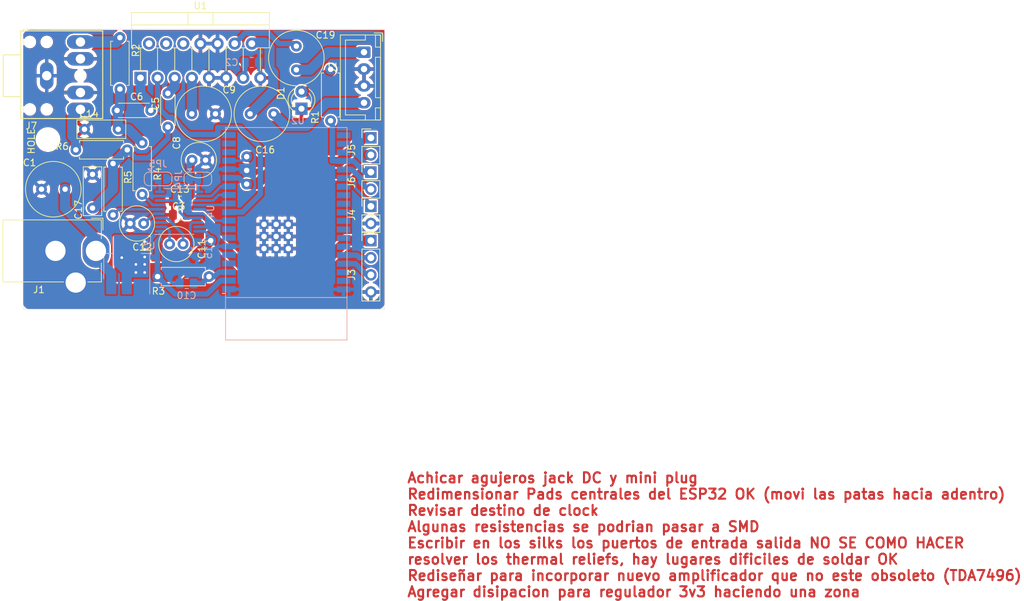
<source format=kicad_pcb>
(kicad_pcb (version 20221018) (generator pcbnew)
  (layers (0 "F.Cu" signal) (31 "B.Cu" signal) (34 "B.Paste" user) (35 "F.Paste" user) (36 "B.SilkS" user "B.Silkscreen") (37 "F.SilkS" user "F.Silkscreen") (38 "B.Mask" user) (39 "F.Mask" user) (44 "Edge.Cuts" user))
  (net 0 "")
  (net 1 "GND")
  (net 2 "+12V")
  (net 3 "Net-(C5-Pad1)")
  (net 4 "Net-(C6-Pad1)")
  (net 5 "+3V3")
  (net 6 "Net-(C10-Pad1)")
  (net 7 "Net-(C11-Pad2)")
  (net 8 "Net-(C11-Pad1)")
  (net 9 "Net-(C15-Pad1)")
  (net 10 "Net-(J3-Pad3)")
  (net 11 "Net-(J3-Pad2)")
  (net 12 "Net-(C9-Pad1)")
  (net 13 "Net-(C16-Pad1)")
  (net 14 "Net-(C19-Pad1)")
  (net 15 "Net-(D1-Pad2)")
  (net 16 "/PCM5100/OUTR")
  (net 17 "Net-(R4-Pad2)")
  (net 18 "Net-(R5-Pad2)")
  (net 19 "Net-(C12-Pad2)")
  (net 20 "Net-(JP4-Pad2)")
  (net 21 "Net-(JP5-Pad2)")
  (net 22 "Net-(J4-Pad1)")
  (net 23 "Net-(J6-Pad2)")
  (net 24 "Net-(J6-Pad1)")
  (net 25 "/TDA7496/ROUT")
  (net 26 "/TDA7496/LOUT")
  (net 27 "/PCM5100/OUTL")
  (net 28 "/ESP32/VOL")
  (net 30 "Net-(J5-Pad2)")
  (net 31 "Net-(J5-Pad1)")
  (net 53 "Net-(J7-PadT)")
  (net 54 "Net-(J7-PadR)")
  (net 55 "/ESP32/LRCK")
  (net 56 "/ESP32/DOUT")
  (net 57 "/ESP32/BCK")
  (net 58 "/ESP32/SCK")
  (footprint "Connector_JST:JST_XH_B4B-XH-A_1x04_P2.50mm_Vertical" (layer "F.Cu") (at 171.323 78.232 -90)
    (fp_text reference "J2" (at 2.286 4.628 -90) (layer "F.SilkS"))
    (fp_text value "SPEAKER")
    (pad "1" thru_hole roundrect (at 0 0 270) (size 1.7 1.95) (drill 0.95) (layers "*.Cu" "*.Mask") (roundrect_rratio 0.1470588235) (net 26 "/TDA7496/LOUT"))
    (pad "2" thru_hole oval (at 2.5 0 270) (size 1.7 1.95) (drill 0.95) (layers "*.Cu" "*.Mask") (net 1 "GND"))
    (pad "3" thru_hole oval (at 5 0 270) (size 1.7 1.95) (drill 0.95) (layers "*.Cu" "*.Mask") (net 1 "GND"))
    (pad "4" thru_hole oval (at 7.5 0 270) (size 1.7 1.95) (drill 0.95) (layers "*.Cu" "*.Mask") (net 25 "/TDA7496/ROUT"))
  )
  (footprint "Capacitor_THT:C_Radial_D8.0mm_H11.5mm_P3.50mm" (layer "F.Cu") (at 161.29 77.343 -90)
    (fp_text reference "C19" (at -1.651 -4.318 180) (layer "F.SilkS"))
    (fp_text value "470uF")
    (pad "1" thru_hole circle (at 0 0 270) (size 1.6 1.6) (drill 0.8) (layers "*.Cu" "*.Mask") (net 14 "Net-(C19-Pad1)"))
    (pad "2" thru_hole circle (at 3.5 0 270) (size 1.6 1.6) (drill 0.8) (layers "*.Cu" "*.Mask") (net 26 "/TDA7496/LOUT"))
  )
  (footprint "Resistor_THT:R_Axial_DIN0207_L6.3mm_D2.5mm_P7.62mm_Horizontal" (layer "F.Cu") (at 134.112 94.742 -90)
    (fp_text reference "R5" (at 2.032 -2.23 -90) (layer "F.SilkS"))
    (fp_text value "470")
    (pad "1" thru_hole circle (at 0 0 270) (size 1.6 1.6) (drill 0.8) (layers "*.Cu" "*.Mask") (net 27 "/PCM5100/OUTL"))
    (pad "2" thru_hole oval (at 7.62 0 270) (size 1.6 1.6) (drill 0.8) (layers "*.Cu" "*.Mask") (net 18 "Net-(R5-Pad2)"))
  )
  (footprint "Resistor_THT:R_Axial_DIN0207_L6.3mm_D2.5mm_P7.62mm_Horizontal" (layer "F.Cu") (at 140.716 111.506)
    (fp_text reference "R3" (at 0.127 2.159) (layer "F.SilkS"))
    (fp_text value "10k")
    (pad "1" thru_hole circle (at 0 0) (size 1.6 1.6) (drill 0.8) (layers "*.Cu" "*.Mask") (net 5 "+3V3"))
    (pad "2" thru_hole oval (at 7.62 0) (size 1.6 1.6) (drill 0.8) (layers "*.Cu" "*.Mask") (net 6 "Net-(C10-Pad1)"))
  )
  (footprint "Resistor_THT:R_Axial_DIN0207_L6.3mm_D2.5mm_P7.62mm_Horizontal" (layer "F.Cu") (at 166.37 88.392 90)
    (fp_text reference "R1" (at 0.508 -2.286 90) (layer "F.SilkS"))
    (fp_text value "470")
    (pad "1" thru_hole circle (at 0 0 90) (size 1.6 1.6) (drill 0.8) (layers "*.Cu" "*.Mask") (net 24 "Net-(J6-Pad1)"))
    (pad "2" thru_hole oval (at 7.62 0 90) (size 1.6 1.6) (drill 0.8) (layers "*.Cu" "*.Mask") (net 15 "Net-(D1-Pad2)"))
  )
  (footprint "LED_THT:LED_D3.0mm" (layer "F.Cu") (at 162.052 86.614 90)
    (fp_text reference "D1" (at 2.286 -3.048 90) (layer "F.SilkS"))
    (fp_text value "LED")
    (pad "1" thru_hole rect (at 0 0 90) (size 1.8 1.8) (drill 0.9) (layers "*.Cu" "*.Mask") (net 1 "GND"))
    (pad "2" thru_hole circle (at 2.54 0 90) (size 1.8 1.8) (drill 0.9) (layers "*.Cu" "*.Mask") (net 15 "Net-(D1-Pad2)"))
  )
  (footprint "Connector_PinHeader_2.54mm:PinHeader_1x04_P2.54mm_Vertical" (layer "F.Cu") (at 172.339 106.172)
    (fp_text reference "J3" (at -2.85 5.08 90) (layer "F.SilkS"))
    (fp_text value "UART")
    (pad "1" thru_hole rect (at 0 0) (size 1.7 1.7) (drill 1) (layers "*.Cu" "*.Mask") (net 5 "+3V3"))
    (pad "2" thru_hole oval (at 0 2.54) (size 1.7 1.7) (drill 1) (layers "*.Cu" "*.Mask") (net 11 "Net-(J3-Pad2)"))
    (pad "3" thru_hole oval (at 0 5.08) (size 1.7 1.7) (drill 1) (layers "*.Cu" "*.Mask") (net 10 "Net-(J3-Pad3)"))
    (pad "4" thru_hole oval (at 0 7.62) (size 1.7 1.7) (drill 1) (layers "*.Cu" "*.Mask") (net 1 "GND"))
  )
  (footprint "Connector_PinHeader_2.54mm:PinHeader_1x02_P2.54mm_Vertical" (layer "F.Cu") (at 172.339 101.092)
    (fp_text reference "J4" (at -2.85 1.27 90) (layer "F.SilkS"))
    (fp_text value "BOOT_OPT")
    (pad "1" thru_hole rect (at 0 0) (size 1.7 1.7) (drill 1) (layers "*.Cu" "*.Mask") (net 22 "Net-(J4-Pad1)"))
    (pad "2" thru_hole oval (at 0 2.54) (size 1.7 1.7) (drill 1) (layers "*.Cu" "*.Mask") (net 1 "GND"))
  )
  (footprint "Capacitor_THT:C_Rect_L7.0mm_W2.5mm_P5.00mm" (layer "F.Cu") (at 131.064 101.346 90)
    (fp_text reference "C17" (at -0.254 -2.088 90) (layer "F.SilkS"))
    (fp_text value "2.2nF")
    (pad "1" thru_hole circle (at 0 0 90) (size 1.6 1.6) (drill 0.8) (layers "*.Cu" "*.Mask") (net 27 "/PCM5100/OUTL"))
    (pad "2" thru_hole circle (at 5 0 90) (size 1.6 1.6) (drill 0.8) (layers "*.Cu" "*.Mask") (net 1 "GND"))
  )
  (footprint "Capacitor_THT:C_Disc_D4.3mm_W1.9mm_P5.00mm" (layer "F.Cu") (at 139.7 86.868 180)
    (fp_text reference "C6" (at 2.088 2.032) (layer "F.SilkS"))
    (fp_text value "0.47uF")
    (pad "1" thru_hole circle (at 0 0 180) (size 1.6 1.6) (drill 0.8) (layers "*.Cu" "*.Mask") (net 4 "Net-(C6-Pad1)"))
    (pad "2" thru_hole circle (at 5 0 180) (size 1.6 1.6) (drill 0.8) (layers "*.Cu" "*.Mask") (net 16 "/PCM5100/OUTR"))
  )
  (footprint "Capacitor_THT:C_Radial_D8.0mm_H11.5mm_P3.50mm" (layer "F.Cu") (at 127 98.552 180)
    (fp_text reference "C1" (at 5.263 3.937) (layer "F.SilkS"))
    (fp_text value "470uF x 16V")
    (pad "1" thru_hole circle (at 0 0 180) (size 1.6 1.6) (drill 0.8) (layers "*.Cu" "*.Mask") (net 2 "+12V"))
    (pad "2" thru_hole circle (at 3.5 0 180) (size 1.6 1.6) (drill 0.8) (layers "*.Cu" "*.Mask") (net 1 "GND"))
  )
  (footprint "Package_TO_SOT_THT:TO-220-15_P2.54x2.54mm_StaggerOdd_Lead4.58mm_Vertical" (layer "F.Cu") (at 138.176 82.042)
    (fp_text reference "U1" (at 8.89 -10.7) (layer "F.SilkS"))
    (fp_text value "TDA7496")
    (pad "1" thru_hole rect (at 0 0) (size 1.8 1.8) (drill 1) (layers "*.Cu" "*.Mask") (net 4 "Net-(C6-Pad1)"))
    (pad "2" thru_hole oval (at 1.27 -5.08) (size 1.8 1.8) (drill 1) (layers "*.Cu" "*.Mask"))
    (pad "3" thru_hole oval (at 2.54 0) (size 1.8 1.8) (drill 1) (layers "*.Cu" "*.Mask") (net 28 "/ESP32/VOL"))
    (pad "4" thru_hole oval (at 3.81 -5.08) (size 1.8 1.8) (drill 1) (layers "*.Cu" "*.Mask"))
    (pad "5" thru_hole oval (at 5.08 0) (size 1.8 1.8) (drill 1) (layers "*.Cu" "*.Mask") (net 3 "Net-(C5-Pad1)"))
    (pad "6" thru_hole oval (at 6.35 -5.08) (size 1.8 1.8) (drill 1) (layers "*.Cu" "*.Mask"))
    (pad "7" thru_hole oval (at 7.62 0) (size 1.8 1.8) (drill 1) (layers "*.Cu" "*.Mask") (net 12 "Net-(C9-Pad1)"))
    (pad "8" thru_hole oval (at 8.89 -5.08) (size 1.8 1.8) (drill 1) (layers "*.Cu" "*.Mask") (net 1 "GND"))
    (pad "9" thru_hole oval (at 10.16 0) (size 1.8 1.8) (drill 1) (layers "*.Cu" "*.Mask") (net 1 "GND"))
    (pad "10" thru_hole oval (at 11.43 -5.08) (size 1.8 1.8) (drill 1) (layers "*.Cu" "*.Mask") (net 1 "GND"))
    (pad "11" thru_hole oval (at 12.7 0) (size 1.8 1.8) (drill 1) (layers "*.Cu" "*.Mask") (net 1 "GND"))
    (pad "12" thru_hole oval (at 13.97 -5.08) (size 1.8 1.8) (drill 1) (layers "*.Cu" "*.Mask") (net 14 "Net-(C19-Pad1)"))
    (pad "13" thru_hole oval (at 15.24 0) (size 1.8 1.8) (drill 1) (layers "*.Cu" "*.Mask") (net 2 "+12V"))
    (pad "14" thru_hole oval (at 16.51 -5.08) (size 1.8 1.8) (drill 1) (layers "*.Cu" "*.Mask") (net 13 "Net-(C16-Pad1)"))
    (pad "15" thru_hole oval (at 17.78 0) (size 1.8 1.8) (drill 1) (layers "*.Cu" "*.Mask") (net 1 "GND"))
  )
  (footprint "Capacitor_THT:C_Disc_D4.3mm_W1.9mm_P5.00mm" (layer "F.Cu") (at 142.24 84.328 -90)
    (fp_text reference "C5" (at 1.524 1.834 -270) (layer "F.SilkS"))
    (fp_text value "0.47uF")
    (pad "1" thru_hole circle (at 0 0 270) (size 1.6 1.6) (drill 0.8) (layers "*.Cu" "*.Mask") (net 3 "Net-(C5-Pad1)"))
    (pad "2" thru_hole circle (at 5 0 270) (size 1.6 1.6) (drill 0.8) (layers "*.Cu" "*.Mask") (net 27 "/PCM5100/OUTL"))
  )
  (footprint "Capacitor_SMD:C_0805_2012Metric_Pad1.18x1.45mm_HandSolder" (layer "F.Cu") (at 144.018 100.33 180)
    (fp_text reference "C13" (at 0 1.778) (layer "F.SilkS"))
    (fp_text value "0.1u")
    (pad "1" smd roundrect (at -1.0375 0 180) (size 1.175 1.45) (layers "F.Cu" "F.Paste" "F.Mask") (roundrect_rratio 0.2127659574) (net 5 "+3V3"))
    (pad "2" smd roundrect (at 1.0375 0 180) (size 1.175 1.45) (layers "F.Cu" "F.Paste" "F.Mask") (roundrect_rratio 0.2127659574) (net 1 "GND"))
  )
  (footprint "Capacitor_THT:C_Radial_D5.0mm_H11.0mm_P2.00mm" (layer "F.Cu") (at 142.494 106.68)
    (fp_text reference "C11" (at 4.754 0.762 90) (layer "F.SilkS"))
    (fp_text value "2.2u")
    (pad "1" thru_hole circle (at 0 0) (size 1.6 1.6) (drill 0.8) (layers "*.Cu" "*.Mask") (net 8 "Net-(C11-Pad1)"))
    (pad "2" thru_hole circle (at 2 0) (size 1.6 1.6) (drill 0.8) (layers "*.Cu" "*.Mask") (net 7 "Net-(C11-Pad2)"))
  )
  (footprint "Resistor_THT:R_Axial_DIN0207_L6.3mm_D2.5mm_P7.62mm_Horizontal" (layer "F.Cu") (at 138.43 91.694 -90)
    (fp_text reference "R4" (at 4.572 -2.286 -90) (layer "F.SilkS"))
    (fp_text value "470")
    (pad "1" thru_hole circle (at 0 0 270) (size 1.6 1.6) (drill 0.8) (layers "*.Cu" "*.Mask") (net 16 "/PCM5100/OUTR"))
    (pad "2" thru_hole oval (at 7.62 0 270) (size 1.6 1.6) (drill 0.8) (layers "*.Cu" "*.Mask") (net 17 "Net-(R4-Pad2)"))
  )
  (footprint "Capacitor_THT:C_Radial_D5.0mm_H11.0mm_P2.00mm" (layer "F.Cu") (at 145.828 94.234)
    (fp_text reference "C8" (at -2.286 -2.54 90) (layer "F.SilkS"))
    (fp_text value "50uF")
    (pad "1" thru_hole circle (at 0 0) (size 1.6 1.6) (drill 0.8) (layers "*.Cu" "*.Mask") (net 5 "+3V3"))
    (pad "2" thru_hole circle (at 2 0) (size 1.6 1.6) (drill 0.8) (layers "*.Cu" "*.Mask") (net 1 "GND"))
  )
  (footprint "Capacitor_THT:C_Radial_D8.0mm_H11.5mm_P3.50mm" (layer "F.Cu") (at 154.432 87.376)
    (fp_text reference "C16" (at 2.23 5.334) (layer "F.SilkS"))
    (fp_text value "470uF")
    (pad "1" thru_hole circle (at 0 0) (size 1.6 1.6) (drill 0.8) (layers "*.Cu" "*.Mask") (net 13 "Net-(C16-Pad1)"))
    (pad "2" thru_hole circle (at 3.5 0) (size 1.6 1.6) (drill 0.8) (layers "*.Cu" "*.Mask") (net 25 "/TDA7496/ROUT"))
  )
  (footprint "Capacitor_THT:C_Rect_L7.0mm_W2.5mm_P5.00mm" (layer "F.Cu") (at 134.874 89.662 180)
    (fp_text reference "C14" (at 4.334 2.286) (layer "F.SilkS"))
    (fp_text value "2.2nF")
    (pad "1" thru_hole circle (at 0 0 180) (size 1.6 1.6) (drill 0.8) (layers "*.Cu" "*.Mask") (net 16 "/PCM5100/OUTR"))
    (pad "2" thru_hole circle (at 5 0 180) (size 1.6 1.6) (drill 0.8) (layers "*.Cu" "*.Mask") (net 1 "GND"))
  )
  (footprint "Capacitor_THT:C_Radial_D5.0mm_H11.0mm_P2.00mm" (layer "F.Cu") (at 136.652 103.632)
    (fp_text reference "C12" (at 1.778 3.5) (layer "F.SilkS"))
    (fp_text value "2.2u")
    (pad "1" thru_hole circle (at 0 0) (size 1.6 1.6) (drill 0.8) (layers "*.Cu" "*.Mask") (net 1 "GND"))
    (pad "2" thru_hole circle (at 2 0) (size 1.6 1.6) (drill 0.8) (layers "*.Cu" "*.Mask") (net 19 "Net-(C12-Pad2)"))
  )
  (footprint "Connector_BarrelJack:BarrelJack_CUI_PJ-102AH_Horizontal" (layer "F.Cu") (at 131.572 107.696 -90)
    (fp_text reference "J1" (at 5.75 8.45) (layer "F.SilkS"))
    (fp_text value "12v")
    (pad "1" thru_hole roundrect (at 0 0 270) (size 5 4) (drill 3) (layers "*.Cu" "*.Mask") (roundrect_rratio 0.5) (net 2 "+12V"))
    (pad "2" thru_hole roundrect (at 0 6 270) (size 5 4) (drill 3) (layers "*.Cu" "*.Mask") (roundrect_rratio 0.5) (net 1 "GND"))
    (pad "3" thru_hole roundrect (at 4.7 3 270) (size 4 5) (drill 3) (layers "*.Cu" "*.Mask") (roundrect_rratio 0.5) (net 1 "GND"))
  )
  (footprint "Capacitor_SMD:C_0805_2012Metric_Pad1.18x1.45mm_HandSolder" (layer "F.Cu") (at 144.018 102.362 180)
    (fp_text reference "C3" (at 0.1765 1.27) (layer "F.SilkS"))
    (fp_text value "0.1u")
    (pad "1" smd roundrect (at -1.0375 0 180) (size 1.175 1.45) (layers "F.Cu" "F.Paste" "F.Mask") (roundrect_rratio 0.2127659574) (net 5 "+3V3"))
    (pad "2" smd roundrect (at 1.0375 0 180) (size 1.175 1.45) (layers "F.Cu" "F.Paste" "F.Mask") (roundrect_rratio 0.2127659574) (net 1 "GND"))
  )
  (footprint "Connector_PinHeader_2.54mm:PinHeader_1x02_P2.54mm_Vertical" (layer "F.Cu") (at 172.339 90.932)
    (fp_text reference "J5" (at -2.85 1.778 90) (layer "F.SilkS"))
    (fp_text value "EXTRA2")
    (pad "1" thru_hole rect (at 0 0) (size 1.7 1.7) (drill 1) (layers "*.Cu" "*.Mask") (net 31 "Net-(J5-Pad1)"))
    (pad "2" thru_hole oval (at 0 2.54) (size 1.7 1.7) (drill 1) (layers "*.Cu" "*.Mask") (net 30 "Net-(J5-Pad2)"))
  )
  (footprint "Capacitor_THT:C_Radial_D8.0mm_H11.5mm_P3.50mm" (layer "F.Cu") (at 145.796 87.376)
    (fp_text reference "C9" (at 5.532 -3.556) (layer "F.SilkS"))
    (fp_text value "470uF")
    (pad "1" thru_hole circle (at 0 0) (size 1.6 1.6) (drill 0.8) (layers "*.Cu" "*.Mask") (net 12 "Net-(C9-Pad1)"))
    (pad "2" thru_hole circle (at 3.5 0) (size 1.6 1.6) (drill 0.8) (layers "*.Cu" "*.Mask") (net 1 "GND"))
  )
  (footprint "Connector_PinHeader_2.54mm:PinHeader_1x02_P2.54mm_Vertical" (layer "F.Cu") (at 172.339 96.012)
    (fp_text reference "J6" (at -2.85 1.524 90) (layer "F.SilkS"))
    (fp_text value "EXTRA")
    (pad "1" thru_hole rect (at 0 0) (size 1.7 1.7) (drill 1) (layers "*.Cu" "*.Mask") (net 24 "Net-(J6-Pad1)"))
    (pad "2" thru_hole oval (at 0 2.54) (size 1.7 1.7) (drill 1) (layers "*.Cu" "*.Mask") (net 23 "Net-(J6-Pad2)"))
  )
  (footprint "Connector_Audio:Jack_3.5mm_Tayda" (layer "F.Cu") (at 124.176 86.3185)
    (fp_text reference "J7" (at -2.185 2.8355) (layer "F.SilkS"))
    (fp_text value "AudioJack3")
    (pad "" np_thru_hole circle (at -2.4 -9.6) (size 0.001 0.001) (drill 1.4) (layers "F&B.Cu" "*.Mask"))
    (pad "" np_thru_hole circle (at -2.4 0.4) (size 0.001 0.001) (drill 1.4) (layers "F&B.Cu" "*.Mask"))
    (pad "" np_thru_hole circle (at 0.1 -9.6) (size 0.001 0.001) (drill 1.4) (layers "F&B.Cu" "*.Mask"))
    (pad "" np_thru_hole circle (at 0.1 0.4) (size 0.001 0.001) (drill 1.4) (layers "F&B.Cu" "*.Mask"))
    (pad "" np_thru_hole circle (at 5.1 -4.6) (size 0.001 0.001) (drill 1.4) (layers "F&B.Cu" "*.Mask"))
    (pad "R" thru_hole oval (at 5.1 -9.6) (size 4 2) (drill 1.4) (layers "*.Cu" "*.Mask") (net 54 "Net-(J7-PadR)"))
    (pad "RN" thru_hole oval (at 5.1 -7.1) (size 4 2) (drill 1.4) (layers "*.Cu" "*.Mask") (net 1 "GND"))
    (pad "S" thru_hole oval (at 0.1 -4.6 90) (size 4 2) (drill 1.4) (layers "*.Cu" "*.Mask") (net 1 "GND"))
    (pad "T" thru_hole oval (at 5.1 0.4) (size 4 2) (drill 1.4) (layers "*.Cu" "*.Mask") (net 53 "Net-(J7-PadT)"))
    (pad "TN" thru_hole oval (at 5.1 -2.1) (size 4 2) (drill 1.4) (layers "*.Cu" "*.Mask") (net 1 "GND"))
  )
  (footprint "MountingHole:MountingHole_3.2mm_M3" (layer "F.Cu") (at 124.46 91.186)
    (fp_text reference "HOLE" (at -2.469 0.254 90) (layer "F.SilkS"))
    (fp_text value "MH")
    (pad "" np_thru_hole circle (at 0 0) (size 3.2 3.2) (drill 3.2) (layers "*.Cu" "*.Mask"))
  )
  (footprint "Resistor_THT:R_Axial_DIN0207_L6.3mm_D2.5mm_P7.62mm_Horizontal" (layer "F.Cu") (at 128.595 92.71)
    (fp_text reference "R6" (at -2.032 -0.508) (layer "F.SilkS"))
    (fp_text value "470")
    (pad "1" thru_hole circle (at 0 0) (size 1.6 1.6) (drill 0.8) (layers "*.Cu" "*.Mask") (net 53 "Net-(J7-PadT)"))
    (pad "2" thru_hole oval (at 7.62 0) (size 1.6 1.6) (drill 0.8) (layers "*.Cu" "*.Mask") (net 27 "/PCM5100/OUTL"))
  )
  (footprint "Resistor_THT:R_Axial_DIN0207_L6.3mm_D2.5mm_P7.62mm_Horizontal" (layer "F.Cu") (at 135.128 76.073 -90)
    (fp_text reference "R2" (at 1.905 -2.37 90) (layer "F.SilkS"))
    (fp_text value "470")
    (pad "1" thru_hole circle (at 0 0 270) (size 1.6 1.6) (drill 0.8) (layers "*.Cu" "*.Mask") (net 54 "Net-(J7-PadR)"))
    (pad "2" thru_hole oval (at 7.62 0 270) (size 1.6 1.6) (drill 0.8) (layers "*.Cu" "*.Mask") (net 16 "/PCM5100/OUTR"))
  )
  (footprint "Capacitor_SMD:C_0805_2012Metric_Pad1.18x1.45mm_HandSolder" (layer "B.Cu") (at 146.558 107.442 -90)
    (fp_text reference "C15" (at 0 -1.722 90) (layer "B.SilkS") (effects (justify mirror)))
    (fp_text value "0.1u")
    (pad "1" smd roundrect (at -1.0375 0 270) (size 1.175 1.45) (layers "B.Cu" "B.Paste" "B.Mask") (roundrect_rratio 0.2127659574) (net 9 "Net-(C15-Pad1)"))
    (pad "2" smd roundrect (at 1.0375 0 270) (size 1.175 1.45) (layers "B.Cu" "B.Paste" "B.Mask") (roundrect_rratio 0.2127659574) (net 1 "GND"))
  )
  (footprint "Package_SO:TSSOP-20_4.4x6.5mm_P0.65mm" (layer "B.Cu") (at 143.891 101.854)
    (fp_text reference "U4" (at 4.699 0 270) (layer "B.SilkS") (effects (justify mirror)))
    (fp_text value "PCM5100")
    (pad "1" smd roundrect (at -2.8625 2.925) (size 1.475 0.4) (layers "B.Cu" "B.Paste" "B.Mask") (net 5 "+3V3"))
    (pad "2" smd roundrect (at -2.8625 2.275) (size 1.475 0.4) (layers "B.Cu" "B.Paste" "B.Mask") (net 8 "Net-(C11-Pad1)"))
    (pad "3" smd roundrect (at -2.8625 1.625) (size 1.475 0.4) (layers "B.Cu" "B.Paste" "B.Mask") (net 1 "GND"))
    (pad "4" smd roundrect (at -2.8625 0.975) (size 1.475 0.4) (layers "B.Cu" "B.Paste" "B.Mask") (net 7 "Net-(C11-Pad2)"))
    (pad "5" smd roundrect (at -2.8625 0.325) (size 1.475 0.4) (layers "B.Cu" "B.Paste" "B.Mask") (net 19 "Net-(C12-Pad2)"))
    (pad "6" smd roundrect (at -2.8625 -0.325) (size 1.475 0.4) (layers "B.Cu" "B.Paste" "B.Mask") (net 18 "Net-(R5-Pad2)"))
    (pad "7" smd roundrect (at -2.8625 -0.975) (size 1.475 0.4) (layers "B.Cu" "B.Paste" "B.Mask") (net 17 "Net-(R4-Pad2)"))
    (pad "8" smd roundrect (at -2.8625 -1.625) (size 1.475 0.4) (layers "B.Cu" "B.Paste" "B.Mask") (net 5 "+3V3"))
    (pad "9" smd roundrect (at -2.8625 -2.275) (size 1.475 0.4) (layers "B.Cu" "B.Paste" "B.Mask") (net 1 "GND"))
    (pad "10" smd roundrect (at -2.8625 -2.925) (size 1.475 0.4) (layers "B.Cu" "B.Paste" "B.Mask") (net 21 "Net-(JP5-Pad2)"))
    (pad "11" smd roundrect (at 2.8625 -2.925) (size 1.475 0.4) (layers "B.Cu" "B.Paste" "B.Mask") (net 20 "Net-(JP4-Pad2)"))
    (pad "12" smd roundrect (at 2.8625 -2.275) (size 1.475 0.4) (layers "B.Cu" "B.Paste" "B.Mask") (net 58 "/ESP32/SCK"))
    (pad "13" smd roundrect (at 2.8625 -1.625) (size 1.475 0.4) (layers "B.Cu" "B.Paste" "B.Mask") (net 57 "/ESP32/BCK"))
    (pad "14" smd roundrect (at 2.8625 -0.975) (size 1.475 0.4) (layers "B.Cu" "B.Paste" "B.Mask") (net 56 "/ESP32/DOUT"))
    (pad "15" smd roundrect (at 2.8625 -0.325) (size 1.475 0.4) (layers "B.Cu" "B.Paste" "B.Mask") (net 55 "/ESP32/LRCK"))
    (pad "16" smd roundrect (at 2.8625 0.325) (size 1.475 0.4) (layers "B.Cu" "B.Paste" "B.Mask") (net 1 "GND"))
    (pad "17" smd roundrect (at 2.8625 0.975) (size 1.475 0.4) (layers "B.Cu" "B.Paste" "B.Mask") (net 5 "+3V3"))
    (pad "18" smd roundrect (at 2.8625 1.625) (size 1.475 0.4) (layers "B.Cu" "B.Paste" "B.Mask") (net 9 "Net-(C15-Pad1)"))
    (pad "19" smd roundrect (at 2.8625 2.275) (size 1.475 0.4) (layers "B.Cu" "B.Paste" "B.Mask") (net 1 "GND"))
    (pad "20" smd roundrect (at 2.8625 2.925) (size 1.475 0.4) (layers "B.Cu" "B.Paste" "B.Mask") (net 5 "+3V3"))
  )
  (footprint "Capacitor_SMD:C_0805_2012Metric_Pad1.18x1.45mm_HandSolder" (layer "B.Cu") (at 145.034 112.522 180)
    (fp_text reference "C10" (at 0.0215 -1.778) (layer "B.SilkS") (effects (justify mirror)))
    (fp_text value "0.1u")
    (pad "1" smd roundrect (at -1.0375 0 180) (size 1.175 1.45) (layers "B.Cu" "B.Paste" "B.Mask") (roundrect_rratio 0.2127659574) (net 6 "Net-(C10-Pad1)"))
    (pad "2" smd roundrect (at 1.0375 0 180) (size 1.175 1.45) (layers "B.Cu" "B.Paste" "B.Mask") (roundrect_rratio 0.2127659574) (net 1 "GND"))
  )
  (footprint "esp32-wrover:ESP32-WROVER(EDIT)" (layer "B.Cu") (at 158.296 105.556)
    (fp_text reference "U2" (at 3.227 -17.164) (layer "B.SilkS") (effects (justify mirror)))
    (fp_text value "ESP32-WROVER_E" hide)
    (pad "1" smd rect (at -7 7.81) (size 2 0.9) (layers "B.Cu" "B.Paste" "B.Mask") (net 1 "GND"))
    (pad "2" smd rect (at -7 6.54) (size 2 0.9) (layers "B.Cu" "B.Paste" "B.Mask") (net 5 "+3V3"))
    (pad "3" smd rect (at -7 5.27) (size 2 0.9) (layers "B.Cu" "B.Paste" "B.Mask") (net 6 "Net-(C10-Pad1)"))
    (pad "4" smd rect (at -7 4) (size 2 0.9) (layers "B.Cu" "B.Paste" "B.Mask"))
    (pad "5" smd rect (at -7 2.73) (size 2 0.9) (layers "B.Cu" "B.Paste" "B.Mask"))
    (pad "6" smd rect (at -7 1.46) (size 2 0.9) (layers "B.Cu" "B.Paste" "B.Mask") (net 1 "GND"))
    (pad "7" smd rect (at -7 0.19) (size 2 0.9) (layers "B.Cu" "B.Paste" "B.Mask"))
    (pad "8" smd rect (at -7 -1.08) (size 2 0.9) (layers "B.Cu" "B.Paste" "B.Mask"))
    (pad "9" smd rect (at -7 -2.35) (size 2 0.9) (layers "B.Cu" "B.Paste" "B.Mask") (net 55 "/ESP32/LRCK"))
    (pad "10" smd rect (at -7 -3.62) (size 2 0.9) (layers "B.Cu" "B.Paste" "B.Mask") (net 28 "/ESP32/VOL"))
    (pad "11" smd rect (at -7 -4.89) (size 2 0.9) (layers "B.Cu" "B.Paste" "B.Mask") (net 56 "/ESP32/DOUT"))
    (pad "12" smd rect (at -7 -6.16) (size 2 0.9) (layers "B.Cu" "B.Paste" "B.Mask") (net 57 "/ESP32/BCK"))
    (pad "13" smd rect (at -7 -7.43) (size 2 0.9) (layers "B.Cu" "B.Paste" "B.Mask") (net 58 "/ESP32/SCK"))
    (pad "14" smd rect (at -7 -8.7) (size 2 0.9) (layers "B.Cu" "B.Paste" "B.Mask") (net 30 "Net-(J5-Pad2)"))
    (pad "15" smd rect (at -7 -9.97) (size 2 0.9) (layers "B.Cu" "B.Paste" "B.Mask") (net 1 "GND"))
    (pad "16" smd rect (at -7 -11.24) (size 2 0.9) (layers "B.Cu" "B.Paste" "B.Mask") (net 31 "Net-(J5-Pad1)"))
    (pad "17" smd rect (at -7 -12.51) (size 2 0.9) (layers "B.Cu" "B.Paste" "B.Mask"))
    (pad "18" smd rect (at -7 -13.78) (size 2 0.9) (layers "B.Cu" "B.Paste" "B.Mask"))
    (pad "19" smd rect (at -7 -15.05) (size 2 0.9) (layers "B.Cu" "B.Paste" "B.Mask"))
    (pad "20" smd rect (at 10 -15.01) (size 2 0.9) (layers "B.Cu" "B.Paste" "B.Mask"))
    (pad "21" smd rect (at 10 -13.74) (size 2 0.9) (layers "B.Cu" "B.Paste" "B.Mask"))
    (pad "22" smd rect (at 10 -12.47) (size 2 0.9) (layers "B.Cu" "B.Paste" "B.Mask"))
    (pad "23" smd rect (at 10 -11.2) (size 2 0.9) (layers "B.Cu" "B.Paste" "B.Mask") (net 24 "Net-(J6-Pad1)"))
    (pad "24" smd rect (at 10 -9.93) (size 2 0.9) (layers "B.Cu" "B.Paste" "B.Mask") (net 23 "Net-(J6-Pad2)"))
    (pad "25" smd rect (at 10 -8.66) (size 2 0.9) (layers "B.Cu" "B.Paste" "B.Mask") (net 22 "Net-(J4-Pad1)"))
    (pad "26" smd rect (at 10 -7.39) (size 2 0.9) (layers "B.Cu" "B.Paste" "B.Mask"))
    (pad "27" smd rect (at 10 -6.12) (size 2 0.9) (layers "B.Cu" "B.Paste" "B.Mask"))
    (pad "28" smd rect (at 10 -4.85) (size 2 0.9) (layers "B.Cu" "B.Paste" "B.Mask"))
    (pad "29" smd rect (at 10 -3.58) (size 2 0.9) (layers "B.Cu" "B.Paste" "B.Mask"))
    (pad "30" smd rect (at 10 -2.31) (size 2 0.9) (layers "B.Cu" "B.Paste" "B.Mask"))
    (pad "31" smd rect (at 10 -1.04) (size 2 0.9) (layers "B.Cu" "B.Paste" "B.Mask"))
    (pad "32" smd rect (at 10 0.23) (size 2 0.9) (layers "B.Cu" "B.Paste" "B.Mask"))
    (pad "33" smd rect (at 10 1.5) (size 2 0.9) (layers "B.Cu" "B.Paste" "B.Mask"))
    (pad "34" smd rect (at 10 2.77) (size 2 0.9) (layers "B.Cu" "B.Paste" "B.Mask") (net 11 "Net-(J3-Pad2)"))
    (pad "35" smd rect (at 10 4.04) (size 2 0.9) (layers "B.Cu" "B.Paste" "B.Mask") (net 10 "Net-(J3-Pad3)"))
    (pad "36" smd rect (at 10 5.31) (size 2 0.9) (layers "B.Cu" "B.Paste" "B.Mask"))
    (pad "37" smd rect (at 10 6.58) (size 2 0.9) (layers "B.Cu" "B.Paste" "B.Mask"))
    (pad "38" smd rect (at 10 7.85) (size 2 0.9) (layers "B.Cu" "B.Paste" "B.Mask") (net 1 "GND"))
    (pad "39" thru_hole rect (at -1.8 -1.8) (size 1.33 1.33) (drill 0.8) (layers "*.Cu" "*.Mask") (net 1 "GND"))
    (pad "39" thru_hole rect (at -1.8 0) (size 1.33 1.33) (drill 0.8) (layers "*.Cu" "*.Mask") (net 1 "GND"))
    (pad "39" thru_hole rect (at -1.8 1.8) (size 1.33 1.33) (drill 0.8) (layers "*.Cu" "*.Mask") (net 1 "GND"))
    (pad "39" thru_hole rect (at 0 -1.8) (size 1.33 1.33) (drill 0.8) (layers "*.Cu" "*.Mask") (net 1 "GND"))
    (pad "39" thru_hole rect (at 0 0) (size 1.33 1.33) (drill 0.8) (layers "*.Cu" "*.Mask") (net 1 "GND"))
    (pad "39" thru_hole rect (at 0 1.8) (size 1.33 1.33) (drill 0.8) (layers "*.Cu" "*.Mask") (net 1 "GND"))
    (pad "39" thru_hole rect (at 1.8 -1.8) (size 1.33 1.33) (drill 0.8) (layers "*.Cu" "*.Mask") (net 1 "GND"))
    (pad "39" thru_hole rect (at 1.8 0) (size 1.33 1.33) (drill 0.8) (layers "*.Cu" "*.Mask") (net 1 "GND"))
    (pad "39" thru_hole rect (at 1.8 1.8) (size 1.33 1.33) (drill 0.8) (layers "*.Cu" "*.Mask") (net 1 "GND"))
  )
  (footprint "Package_TO_SOT_SMD:SOT-223-3_TabPin2" (layer "B.Cu") (at 136.144 109.982 90)
    (fp_text reference "U3" (at 3.048 3.246 180) (layer "B.SilkS") (effects (justify mirror)))
    (fp_text value "AP1117-33")
    (pad "1" smd rect (at -3.15 2.3 90) (size 2 1.5) (layers "B.Cu" "B.Paste" "B.Mask") (net 1 "GND"))
    (pad "2" smd rect (at -3.15 0 90) (size 2 1.5) (layers "B.Cu" "B.Paste" "B.Mask") (net 5 "+3V3"))
    (pad "2" smd rect (at 3.15 0 90) (size 2 3.8) (layers "B.Cu" "B.Paste" "B.Mask") (net 5 "+3V3"))
    (pad "3" smd rect (at -3.15 -2.3 90) (size 2 1.5) (layers "B.Cu" "B.Paste" "B.Mask") (net 2 "+12V"))
  )
  (footprint "Jumper:SolderJumper-3_P1.3mm_Bridged12_RoundedPad1.0x1.5mm" (layer "B.Cu") (at 140.787 97.028)
    (fp_text reference "JP5" (at 0 -2.2352) (layer "B.SilkS") (effects (justify mirror)))
    (fp_text value "DEMP")
    (fp_poly (pts (xy -0.9 0.3) (xy -0.4 0.3) (xy -0.4 -0.3) (xy -0.9 -0.3)) (fill solid) (layer "B.Cu"))
    (pad "1" smd custom (at -1.3 0) (size 1 0.5) (layers "B.Cu" "B.Mask") (net 1 "GND") (options (clearance outline) (anchor rect)) (primitives (gr_circle (center 0 -0.25) (end 0.5 -0.25) (width 0) (fill yes)) (gr_circle (center 0 0.25) (end 0.5 0.25) (width 0) (fill yes)) (gr_poly (pts (xy 0.55 0.75) (xy 0 0.75) (xy 0 -0.75) (xy 0.55 -0.75)) (width 0) (fill yes))))
    (pad "2" smd rect (at 0 0) (size 1 1.5) (layers "B.Cu" "B.Mask") (net 21 "Net-(JP5-Pad2)"))
    (pad "3" smd custom (at 1.3 0) (size 1 0.5) (layers "B.Cu" "B.Mask") (net 5 "+3V3") (options (clearance outline) (anchor rect)) (primitives (gr_circle (center 0 -0.25) (end 0.5 -0.25) (width 0) (fill yes)) (gr_circle (center 0 0.25) (end 0.5 0.25) (width 0) (fill yes)) (gr_poly (pts (xy -0.55 0.75) (xy 0 0.75) (xy 0 -0.75) (xy -0.55 -0.75)) (width 0) (fill yes))))
  )
  (footprint "Capacitor_SMD:C_0805_2012Metric_Pad1.18x1.45mm_HandSolder" (layer "B.Cu") (at 154.686 79.756)
    (fp_text reference "C2" (at -2.977 0 180) (layer "B.SilkS") (effects (justify mirror)))
    (fp_text value "0.1u")
    (pad "1" smd roundrect (at -1.0375 0) (size 1.175 1.45) (layers "B.Cu" "B.Paste" "B.Mask") (roundrect_rratio 0.2127659574) (net 2 "+12V"))
    (pad "2" smd roundrect (at 1.0375 0) (size 1.175 1.45) (layers "B.Cu" "B.Paste" "B.Mask") (roundrect_rratio 0.2127659574) (net 1 "GND"))
  )
  (footprint "Jumper:SolderJumper-3_P1.3mm_Bridged12_RoundedPad1.0x1.5mm" (layer "B.Cu") (at 146.685 97.028)
    (fp_text reference "JP4" (at -2.85 0 270) (layer "B.SilkS") (effects (justify mirror)))
    (fp_text value "FLT")
    (fp_poly (pts (xy -0.9 0.3) (xy -0.4 0.3) (xy -0.4 -0.3) (xy -0.9 -0.3)) (fill solid) (layer "B.Cu"))
    (pad "1" smd custom (at -1.3 0) (size 1 0.5) (layers "B.Cu" "B.Mask") (net 5 "+3V3") (options (clearance outline) (anchor rect)) (primitives (gr_circle (center 0 -0.25) (end 0.5 -0.25) (width 0) (fill yes)) (gr_circle (center 0 0.25) (end 0.5 0.25) (width 0) (fill yes)) (gr_poly (pts (xy 0.55 0.75) (xy 0 0.75) (xy 0 -0.75) (xy 0.55 -0.75)) (width 0) (fill yes))))
    (pad "2" smd rect (at 0 0) (size 1 1.5) (layers "B.Cu" "B.Mask") (net 20 "Net-(JP4-Pad2)"))
    (pad "3" smd custom (at 1.3 0) (size 1 0.5) (layers "B.Cu" "B.Mask") (net 1 "GND") (options (clearance outline) (anchor rect)) (primitives (gr_circle (center 0 -0.25) (end 0.5 -0.25) (width 0) (fill yes)) (gr_circle (center 0 0.25) (end 0.5 0.25) (width 0) (fill yes)) (gr_poly (pts (xy -0.55 0.75) (xy 0 0.75) (xy 0 -0.75) (xy -0.55 -0.75)) (width 0) (fill yes))))
  )
  (gr_rect (start 120.777 74.803) (end 174.371 116.332) (stroke (width 0.05)) (fill none) (layer "Edge.Cuts"))
  (gr_text "Achicar agujeros jack DC y mini plug\nRedimensionar Pads centrales del ESP32 OK (movi las patas hacia adentro)\nRevisar destino de clock\nAlgunas resistencias se podrian pasar a SMD\nEscribir en los silks los puertos de entrada salida NO SE COMO HACER\nresolver los thermal reliefs, hay lugares dificiles de soldar OK\nRediseñar para incorporar nuevo amplificador que no este obsoleto (TDA7496)\nAgregar disipacion para regulador 3v3 haciendo una zona" (at 177.6 149.8) (layer "F.Cu") (effects (font (size 1.5 1.5) (thickness 0.3)) (justify left)))
  (via (at 153.921568 95.760432) (size 1.6) (drill 0.8) (layers "F.Cu" "B.Cu") (net 1))
  (segment (start 151.804225 80.142489) (end 153.416 81.754264) (width 1.5) (layer "F.Cu") (net 2))
  (segment (start 132.715 83.434106) (end 136.006617 80.142489) (width 1.5) (layer "F.Cu") (net 2))
  (segment (start 127 98.552) (end 127 95.758) (width 1.5) (layer "F.Cu") (net 2))
  (segment (start 129.340383 94.509511) (end 132.715 91.134894) (width 1.5) (layer "F.Cu") (net 2))
  (segment (start 127 95.758) (end 128.248489 94.509511) (width 1.5) (layer "F.Cu") (net 2))
  (segment (start 153.416 81.754264) (end 153.416 82.042) (width 1.5) (layer "F.Cu") (net 2))
  (segment (start 128.248489 94.509511) (end 129.340383 94.509511) (width 1.5) (layer "F.Cu") (net 2))
  (segment (start 132.715 91.134894) (end 132.715 83.434106) (width 1.5) (layer "F.Cu") (net 2))
  (segment (start 136.006617 80.142489) (end 151.804225 80.142489) (width 1.5) (layer "F.Cu") (net 2))
  (segment (start 153.6485 81.8095) (end 153.416 82.042) (width 0.8) (layer "B.Cu") (net 2))
  (segment (start 133.844 113.132) (end 133.844 110.984) (width 1.5) (layer "B.Cu") (net 2))
  (segment (start 127 101.346) (end 131.572 105.918) (width 1.5) (layer "B.Cu") (net 2))
  (segment (start 133.844 110.984) (end 131.572 108.712) (width 1.5) (layer "B.Cu") (net 2))
  (segment (start 127 98.552) (end 127 101.346) (width 1.5) (layer "B.Cu") (net 2))
  (segment (start 153.6485 79.756) (end 153.6485 81.8095) (width 0.8) (layer "B.Cu") (net 2))
  (segment (start 131.572 105.918) (end 131.572 107.696) (width 1.5) (layer "B.Cu") (net 2))
  (segment (start 131.572 108.712) (end 131.572 107.696) (width 1.5) (layer "B.Cu") (net 2))
  (segment (start 143.256 82.042) (end 143.256 83.312) (width 1.5) (layer "B.Cu") (net 3))
  (segment (start 143.256 83.312) (end 142.24 84.328) (width 1.5) (layer "B.Cu") (net 3))
  (segment (start 138.176 84.328) (end 139.7 85.852) (width 1.5) (layer "B.Cu") (net 4))
  (segment (start 138.176 82.042) (end 138.176 84.328) (width 1.5) (layer "B.Cu") (net 4))
  (segment (start 139.7 85.852) (end 139.7 86.868) (width 1.5) (layer "B.Cu") (net 4))
  (segment (start 145.034 100.3085) (end 145.0555 100.33) (width 0.8) (layer "F.Cu") (net 5))
  (segment (start 168.715583 106.172) (end 172.339 106.172) (width 1.5) (layer "F.Cu") (net 5))
  (segment (start 153.289 109.982) (end 164.905583 109.982) (width 1.5) (layer "F.Cu") (net 5))
  (segment (start 145.828 94.234) (end 145.828 99.5575) (width 0.8) (layer "F.Cu") (net 5))
  (segment (start 143.256 111.506) (end 140.716 111.506) (width 1.5) (layer "F.Cu") (net 5))
  (segment (start 148.59 106.172) (end 148.59 105.283) (width 1.5) (layer "F.Cu") (net 5))
  (segment (start 147.32 102.362) (end 145.0555 102.362) (width 0.8) (layer "F.Cu") (net 5))
  (segment (start 148.59 103.632) (end 147.32 102.362) (width 0.8) (layer "F.Cu") (net 5))
  (segment (start 148.59 105.283) (end 153.289 109.982) (width 1.5) (layer "F.Cu") (net 5))
  (segment (start 145.0555 100.33) (end 145.0555 102.362) (width 0.8) (layer "F.Cu") (net 5))
  (segment (start 145.828 99.5575) (end 145.0555 100.33) (width 0.8) (layer "F.Cu") (net 5))
  (segment (start 148.59 106.172) (end 143.256 111.506) (width 1.5) (layer "F.Cu") (net 5))
  (segment (start 148.59 106.172) (end 148.59 103.632) (width 0.8) (layer "F.Cu") (net 5))
  (segment (start 164.905583 109.982) (end 168.715583 106.172) (width 1.5) (layer "F.Cu") (net 5))
  (via (at 138.8 106.3) (size 0.8) (drill 0.4) (layers "F.Cu" "B.Cu") (net 5))
  (via (at 135.4 108.7) (size 0.8) (drill 0.4) (layers "F.Cu" "B.Cu") (net 5))
  (via (at 137.5 109.7) (size 0.8) (drill 0.4) (layers "F.Cu" "B.Cu") (net 5))
  (via (at 138.8 110.9) (size 0.8) (drill 0.4) (layers "F.Cu" "B.Cu") (net 5))
  (via (at 138.8 107.5) (size 0.8) (drill 0.4) (layers "F.Cu" "B.Cu") (net 5))
  (via (at 138.8 109.7) (size 0.8) (drill 0.4) (layers "F.Cu" "B.Cu") (net 5))
  (via (at 148.59 106.172) (size 1.6) (drill 0.8) (layers "F.Cu" "B.Cu") (net 5))
  (via (at 137.5 110.9) (size 0.8) (drill 0.4) (layers "F.Cu" "B.Cu") (net 5))
  (via (at 138.8 108.6) (size 0.8) (drill 0.4) (layers "F.Cu" "B.Cu") (net 5))
  (segment (start 148.59 105.664) (end 147.705 104.779) (width 0.4) (layer "B.Cu") (net 5))
  (segment (start 151.296 112.096) (end 150.031224 112.096) (width 0.8) (layer "B.Cu") (net 5))
  (segment (start 148.59 106.172) (end 148.59 105.664) (width 0.4) (layer "B.Cu") (net 5))
  (segment (start 145.828 94.234) (end 145.385 94.677) (width 0.8) (layer "B.Cu") (net 5))
  (segment (start 144.021431 100.961569) (end 144.021431 101.984431) (width 0.4) (layer "B.Cu") (net 5))
  (segment (start 142.087 97.028) (end 143.383 97.028) (width 0.8) (layer "B.Cu") (net 5))
  (segment (start 138.81 108.61) (end 140.679489 108.61) (width 0.8) (layer "B.Cu") (net 5))
  (segment (start 140.679489 106.279511) (end 141.0285 105.9305) (width 0.8) (layer "B.Cu") (net 5))
  (segment (start 143.409 100.229) (end 141.0285 100.229) (width 0.4) (layer "B.Cu") (net 5))
  (segment (start 141.0285 104.779) (end 141.0285 105.9305) (width 0.4) (layer "B.Cu") (net 5))
  (segment (start 140.716 111.506) (end 140.679489 111.469489) (width 0.8) (layer "B.Cu") (net 5))
  (segment (start 143.383 100.203) (end 143.383 97.028) (width 0.8) (layer "B.Cu") (net 5))
  (segment (start 143.28952 114.07952) (end 140.716 111.506) (width 0.8) (layer "B.Cu") (net 5))
  (segment (start 136.144 107.956) (end 136.144 106.832) (width 1.5) (layer "B.Cu") (net 5))
  (segment (start 140.679489 111.469489) (end 140.679489 108.61) (width 0.8) (layer "B.Cu") (net 5))
  (segment (start 145.385 94.677) (end 145.385 97.028) (width 0.8) (layer "B.Cu") (net 5))
  (segment (start 144.018 100.838) (end 143.383 100.203) (width 0.8) (layer "B.Cu") (net 5))
  (segment (start 136.144 109.444) (end 135.4 108.7) (width 1.5) (layer "B.Cu") (net 5))
  (segment (start 138.79 108.61) (end 138.8 108.6) (width 0.8) (layer "B.Cu") (net 5))
  (segment (start 140.679489 108.61) (end 140.679489 106.279511) (width 0.8) (layer "B.Cu") (net 5))
  (segment (start 147.705 104.779) (end 146.7535 104.779) (width 0.4) (layer "B.Cu") (net 5))
  (segment (start 136.144 106.832) (end 137.922 108.61) (width 0.8) (layer "B.Cu") (net 5))
  (segment (start 137.922 108.61) (end 138.79 108.61) (width 0.8) (layer "B.Cu") (net 5))
  (segment (start 143.383 97.028) (end 145.385 97.028) (width 0.8) (layer "B.Cu") (net 5))
  (segment (start 138.8 108.6) (end 138.81 108.61) (width 0.8) (layer "B.Cu") (net 5))
  (segment (start 144.018 100.838) (end 143.409 100.229) (width 0.4) (layer "B.Cu") (net 5))
  (segment (start 148.047704 114.07952) (end 143.28952 114.07952) (width 0.8) (layer "B.Cu") (net 5))
  (segment (start 144.021431 101.984431) (end 144.86552 102.82852) (width 0.4) (layer "B.Cu") (net 5))
  (segment (start 136.144 113.132) (end 136.144 109.444) (width 1.5) (layer "B.Cu") (net 5))
  (segment (start 144.018 100.838) (end 144.018 100.958138) (width 0.4) (layer "B.Cu") (net 5))
  (segment (start 144.018 100.958138) (end 144.021431 100.961569) (width 0.4) (layer "B.Cu") (net 5))
  (segment (start 144.86552 102.82852) (end 146.939 102.82852) (width 0.4) (layer "B.Cu") (net 5))
  (segment (start 150.031224 112.096) (end 148.047704 114.07952) (width 0.8) (layer "B.Cu") (net 5))
  (segment (start 135.4 108.7) (end 136.144 107.956) (width 1.5) (layer "B.Cu") (net 5))
  (segment (start 147.32 112.522) (end 146.0715 112.522) (width 0.8) (layer "B.Cu") (net 6))
  (segment (start 151.296 110.826) (end 149.816978 110.826) (width 0.8) (layer "B.Cu") (net 6))
  (segment (start 149.816978 110.826) (end 149.136978 111.506) (width 0.8) (layer "B.Cu") (net 6))
  (segment (start 148.336 111.506) (end 147.32 112.522) (width 0.8) (layer "B.Cu") (net 6))
  (segment (start 149.136978 111.506) (end 148.336 111.506) (width 0.8) (layer "B.Cu") (net 6))
  (segment (start 142.072 102.829) (end 144.494 105.251) (width 0.4) (layer "B.Cu") (net 7))
  (segment (start 144.494 105.251) (end 144.494 106.68) (width 0.4) (layer "B.Cu") (net 7))
  (segment (start 141.0285 102.829) (end 142.072 102.829) (width 0.4) (layer "B.Cu") (net 7))
  (segment (start 142.494 104.729862) (end 141.893138 104.129) (width 0.4) (layer "B.Cu") (net 8))
  (segment (start 141.893138 104.129) (end 141.0285 104.129) (width 0.4) (layer "B.Cu") (net 8))
  (segment (start 142.494 106.68) (end 142.494 104.729862) (width 0.4) (layer "B.Cu") (net 8))
  (segment (start 145.56648 103.801382) (end 145.56648 105.41298) (width 0.4) (layer "B.Cu") (net 9))
  (segment (start 146.7535 103.479) (end 145.888862 103.479) (width 0.4) (layer "B.Cu") (net 9))
  (segment (start 145.56648 105.41298) (end 146.558 106.4045) (width 0.4) (layer "B.Cu") (net 9))
  (segment (start 145.888862 103.479) (end 145.56648 103.801382) (width 0.4) (layer "B.Cu") (net 9))
  (segment (start 170.048 109.596) (end 171.704 111.252) (width 0.8) (layer "B.Cu") (net 10))
  (segment (start 168.296 109.596) (end 170.048 109.596) (width 0.8) (layer "B.Cu") (net 10))
  (segment (start 171.704 111.252) (end 172.339 111.252) (width 0.8) (layer "B.Cu") (net 10))
  (segment (start 170.648246 108.712) (end 172.339 108.712) (width 0.8) (layer "B.Cu") (net 11))
  (segment (start 170.262246 108.326) (end 170.648246 108.712) (width 0.8) (layer "B.Cu") (net 11))
  (segment (start 168.296 108.326) (end 170.262246 108.326) (width 0.8) (layer "B.Cu") (net 11))
  (segment (start 145.796 82.042) (end 145.796 87.376) (width 1.5) (layer "B.Cu") (net 12))
  (segment (start 154.686 76.962) (end 154.835991 76.812009) (width 1.5) (layer "B.Cu") (net 13))
  (segment (start 156.585881 76.812009) (end 157.31052 77.536648) (width 1.5) (layer "B.Cu") (net 13))
  (segment (start 157.855511 83.952489) (end 154.432 87.376) (width 1.5) (layer "B.Cu") (net 13))
  (segment (start 154.835991 76.812009) (end 156.585881 76.812009) (width 1.5) (layer "B.Cu") (net 13))
  (segment (start 157.855511 81.255196) (end 157.855511 83.952489) (width 1.5) (layer "B.Cu") (net 13))
  (segment (start 157.31052 77.536648) (end 157.31052 80.710205) (width 1.5) (layer "B.Cu") (net 13))
  (segment (start 157.31052 80.710205) (end 157.855511 81.255196) (width 1.5) (layer "B.Cu") (net 13))
  (segment (start 153.695511 75.412489) (end 157.165581 75.412489) (width 0.8) (layer "B.Cu") (net 14))
  (segment (start 157.165581 75.412489) (end 158.71004 76.956948) (width 0.8) (layer "B.Cu") (net 14))
  (segment (start 158.71004 76.956948) (end 160.903948 76.956948) (width 0.8) (layer "B.Cu") (net 14))
  (segment (start 152.146 76.962) (end 153.695511 75.412489) (width 0.8) (layer "B.Cu") (net 14))
  (segment (start 160.903948 76.956948) (end 161.29 77.343) (width 0.8) (layer "B.Cu") (net 14))
  (segment (start 166.37 81.026) (end 166.37 80.772) (width 1.5) (layer "F.Cu") (net 15))
  (segment (start 162.052 84.074) (end 163.322 84.074) (width 1.5) (layer "F.Cu") (net 15))
  (segment (start 163.322 84.074) (end 166.37 81.026) (width 1.5) (layer "F.Cu") (net 15))
  (segment (start 135.128 83.693) (end 135.128 86.44) (width 1.5) (layer "B.Cu") (net 16))
  (segment (start 134.827 86.995) (end 134.827 89.615) (width 1.5) (layer "B.Cu") (net 16))
  (segment (start 135.128 86.44) (end 134.7 86.868) (width 1.5) (layer "B.Cu") (net 16))
  (segment (start 134.874 89.662) (end 136.398 89.662) (width 1.5) (layer "B.Cu") (net 16))
  (segment (start 134.827 89.615) (end 134.874 89.662) (width 1.5) (layer "B.Cu") (net 16))
  (segment (start 134.7 86.868) (end 134.827 86.995) (width 1.5) (layer "B.Cu") (net 16))
  (segment (start 136.398 89.662) (end 138.43 91.694) (width 1.5) (layer "B.Cu") (net 16))
  (segment (start 141.0285 100.879) (end 139.995 100.879) (width 0.4) (layer "B.Cu") (net 17))
  (segment (start 139.995 100.879) (end 138.43 99.314) (width 0.4) (layer "B.Cu") (net 17))
  (segment (start 134.945 101.529) (end 134.112 102.362) (width 0.4) (layer "B.Cu") (net 18))
  (segment (start 141.0285 101.529) (end 134.945 101.529) (width 0.4) (layer "B.Cu") (net 18))
  (segment (start 138.652 103.632) (end 138.710862 103.632) (width 0.4) (layer "B.Cu") (net 19))
  (segment (start 140.163862 102.179) (end 141.0285 102.179) (width 0.4) (layer "B.Cu") (net 19))
  (segment (start 138.710862 103.632) (end 140.163862 102.179) (width 0.4) (layer "B.Cu") (net 19))
  (segment (start 146.7535 97.0965) (end 146.7535 98.929) (width 0.4) (layer "B.Cu") (net 20))
  (segment (start 146.685 97.028) (end 146.7535 97.0965) (width 0.4) (layer "B.Cu") (net 20))
  (segment (start 141.0285 97.2695) (end 140.787 97.028) (width 0.4) (layer "B.Cu") (net 21))
  (segment (start 141.0285 98.929) (end 141.0285 97.2695) (width 0.4) (layer "B.Cu") (net 21))
  (segment (start 169.989969 98.361969) (end 172.339 100.711) (width 0.4) (layer "B.Cu") (net 22))
  (segment (start 172.339 100.711) (end 172.339 101.092) (width 0.4) (layer "B.Cu") (net 22))
  (segment (start 169.989969 97.510947) (end 169.989969 98.361969) (width 0.4) (layer "B.Cu") (net 22))
  (segment (start 168.296 96.896) (end 169.375022 96.896) (width 0.4) (layer "B.Cu") (net 22))
  (segment (start 169.375022 96.896) (end 169.989969 97.510947) (width 0.4) (layer "B.Cu") (net 22))
  (segment (start 171.879978 98.552) (end 172.339 98.552) (width 0.8) (layer "B.Cu") (net 23))
  (segment (start 169.54 95.626) (end 170.839488 96.925488) (width 0.8) (layer "B.Cu") (net 23))
  (segment (start 168.296 95.626) (end 169.54 95.626) (width 0.8) (layer "B.Cu") (net 23))
  (segment (start 170.839488 96.925488) (end 170.839488 97.51151) (width 0.8) (layer "B.Cu") (net 23))
  (segment (start 170.839488 97.51151) (end 171.879978 98.552) (width 0.8) (layer "B.Cu") (net 23))
  (segment (start 166.624 88.646) (end 166.624 94.356) (width 0.8) (layer "B.Cu") (net 24))
  (segment (start 171.410246 96.012) (end 172.339 96.012) (width 0.8) (layer "B.Cu") (net 24))
  (segment (start 166.37 88.392) (end 166.624 88.646) (width 0.8) (layer "B.Cu") (net 24))
  (segment (start 169.754246 94.356) (end 171.410246 96.012) (width 0.8) (layer "B.Cu") (net 24))
  (segment (start 166.624 94.356) (end 169.754246 94.356) (width 0.8) (layer "B.Cu") (net 24))
  (segment (start 162.814 89.154) (end 159.71 89.154) (width 1.5) (layer "B.Cu") (net 25))
  (segment (start 165.728 85.732) (end 163.951511 87.508489) (width 1.5) (layer "B.Cu") (net 25))
  (segment (start 163.951511 87.508489) (end 163.951511 88.016489) (width 1.5) (layer "B.Cu") (net 25))
  (segment (start 159.71 89.154) (end 157.932 87.376) (width 1.5) (layer "B.Cu") (net 25))
  (segment (start 171.323 85.732) (end 165.728 85.732) (width 1.5) (layer "B.Cu") (net 25))
  (segment (start 163.951511 88.016489) (end 162.814 89.154) (width 1.5) (layer "B.Cu") (net 25))
  (segment (start 171.323 78.232) (end 165.933 78.232) (width 1.5) (layer "B.Cu") (net 26))
  (segment (start 165.933 78.232) (end 163.322 80.843) (width 1.5) (layer "B.Cu") (net 26))
  (segment (start 163.322 80.843) (end 161.29 80.843) (width 1.5) (layer "B.Cu") (net 26))
  (segment (start 134.183 94.742) (end 136.215 92.71) (width 1.5) (layer "B.Cu") (net 27))
  (segment (start 139.355408 93.905511) (end 142.24 91.020919) (width 0.8) (layer "B.Cu") (net 27))
  (segment (start 142.24 91.020919) (end 142.24 89.328) (width 0.8) (layer "B.Cu") (net 27))
  (segment (start 134.112 98.552) (end 131.318 101.346) (width 1.5) (layer "B.Cu") (net 27))
  (segment (start 134.112 94.742) (end 134.183 94.742) (width 1.5) (layer "B.Cu") (net 27))
  (segment (start 134.112 94.742) (end 134.112 98.552) (width 1.5) (layer "B.Cu") (net 27))
  (segment (start 136.215 92.71) (end 137.410511 93.905511) (width 0.8) (layer "B.Cu") (net 27))
  (segment (start 131.318 101.346) (end 131.064 101.346) (width 1.5) (layer "B.Cu") (net 27))
  (segment (start 137.410511 93.905511) (end 139.355408 93.905511) (width 0.8) (layer "B.Cu") (net 27))
  (segment (start 145.288 90.424) (end 149.646489 90.424) (width 0.8) (layer "B.Cu") (net 28))
  (segment (start 153.313919 101.936) (end 151.296 101.936) (width 0.8) (layer "B.Cu") (net 28))
  (segment (start 140.716 82.042) (end 140.716 84.88878) (width 0.8) (layer "B.Cu") (net 28))
  (segment (start 149.646489 90.424) (end 149.646489 89.406489) (width 0.8) (layer "B.Cu") (net 28))
  (segment (start 143.689511 88.727592) (end 143.689511 88.825511) (width 0.8) (layer "B.Cu") (net 28))
  (segment (start 141.149511 85.322291) (end 141.149511 86.793511) (width 0.8) (layer "B.Cu") (net 28))
  (segment (start 143.689511 88.825511) (end 145.288 90.424) (width 0.8) (layer "B.Cu") (net 28))
  (segment (start 140.716 84.88878) (end 141.149511 85.322291) (width 0.8) (layer "B.Cu") (net 28))
  (segment (start 141.149511 86.793511) (end 142.234489 87.878489) (width 0.8) (layer "B.Cu") (net 28))
  (segment (start 142.840408 87.878489) (end 143.689511 88.727592) (width 0.8) (layer "B.Cu") (net 28))
  (segment (start 155.956 99.293919) (end 153.313919 101.936) (width 0.8) (layer "B.Cu") (net 28))
  (segment (start 152.945511 89.406489) (end 155.956 92.416978) (width 0.8) (layer "B.Cu") (net 28))
  (segment (start 149.646489 89.406489) (end 152.945511 89.406489) (width 0.8) (layer "B.Cu") (net 28))
  (segment (start 155.956 92.416978) (end 155.956 99.293919) (width 0.8) (layer "B.Cu") (net 28))
  (segment (start 142.234489 87.878489) (end 142.840408 87.878489) (width 0.8) (layer "B.Cu") (net 28))
  (segment (start 156.976894 96.266) (end 168.385978 96.266) (width 1.5) (layer "F.Cu") (net 30))
  (segment (start 168.385978 96.266) (end 171.179978 93.472) (width 1.5) (layer "F.Cu") (net 30))
  (segment (start 171.179978 93.472) (end 172.339 93.472) (width 1.5) (layer "F.Cu") (net 30))
  (segment (start 153.924 97.79) (end 155.452894 97.79) (width 1.5) (layer "F.Cu") (net 30))
  (segment (start 155.452894 97.79) (end 156.976894 96.266) (width 1.5) (layer "F.Cu") (net 30))
  (via (at 153.924 97.79) (size 1.6) (drill 0.8) (layers "F.Cu" "B.Cu") (net 30))
  (segment (start 153.924 97.79) (end 153.709022 97.79) (width 0.8) (layer "B.Cu") (net 30))
  (segment (start 152.775022 96.856) (end 151.296 96.856) (width 0.8) (layer "B.Cu") (net 30))
  (segment (start 153.709022 97.79) (end 152.775022 96.856) (width 0.8) (layer "B.Cu") (net 30))
  (segment (start 167.661304 94.51648) (end 171.245784 90.932) (width 1.5) (layer "F.Cu") (net 31))
  (segment (start 171.245784 90.932) (end 172.339 90.932) (width 1.5) (layer "F.Cu") (net 31))
  (segment (start 154.432015 93.726) (end 155.222495 94.51648) (width 1.5) (layer "F.Cu") (net 31))
  (segment (start 153.924 93.726) (end 154.432015 93.726) (width 1.5) (layer "F.Cu") (net 31))
  (segment (start 155.222495 94.51648) (end 167.661304 94.51648) (width 1.5) (layer "F.Cu") (net 31))
  (via (at 153.924 93.726) (size 1.6) (drill 0.8) (layers "F.Cu" "B.Cu") (net 31))
  (segment (start 153.334 94.316) (end 151.296 94.316) (width 0.4) (layer "B.Cu") (net 31))
  (segment (start 153.924 93.726) (end 153.334 94.316) (width 0.4) (layer "B.Cu") (net 31))
  (segment (start 128.074489 90.661383) (end 128.595 91.181894) (width 1.5) (layer "B.Cu") (net 53))
  (segment (start 129.276 86.7185) (end 128.074489 87.920011) (width 1.5) (layer "B.Cu") (net 53))
  (segment (start 128.595 91.181894) (end 128.595 92.71) (width 1.5) (layer "B.Cu") (net 53))
  (segment (start 128.074489 87.920011) (end 128.074489 90.661383) (width 1.5) (layer "B.Cu") (net 53))
  (segment (start 129.276 76.7185) (end 134.4825 76.7185) (width 1.7) (layer "B.Cu") (net 54))
  (segment (start 134.4825 76.7185) (end 135.128 76.073) (width 1.7) (layer "B.Cu") (net 54))
  (segment (start 147.72744 101.529) (end 146.7535 101.529) (width 0.4) (layer "B.Cu") (net 55))
  (segment (start 151.296 103.206) (end 149.40444 103.206) (width 0.4) (layer "B.Cu") (net 55))
  (segment (start 149.40444 103.206) (end 147.72744 101.529) (width 0.4) (layer "B.Cu") (net 55))
  (segment (start 146.7535 100.879) (end 151.083 100.879) (width 0.4) (layer "B.Cu") (net 56))
  (segment (start 151.083 100.879) (end 151.296 100.666) (width 0.4) (layer "B.Cu") (net 56))
  (segment (start 149.77356 99.396) (end 151.296 99.396) (width 0.4) (layer "B.Cu") (net 57))
  (segment (start 146.7535 100.229) (end 148.94056 100.229) (width 0.4) (layer "B.Cu") (net 57))
  (segment (start 148.94056 100.229) (end 149.77356 99.396) (width 0.4) (layer "B.Cu") (net 57))
  (segment (start 148.672 99.579) (end 150.125 98.126) (width 0.4) (layer "B.Cu") (net 58))
  (segment (start 150.125 98.126) (end 151.296 98.126) (width 0.4) (layer "B.Cu") (net 58))
  (segment (start 146.7535 99.579) (end 148.672 99.579) (width 0.4) (layer "B.Cu") (net 58))
  (zone (net 1) (net_name "GND") (layer "F.Cu") (connect_pads (clearance 0.15)) (min_thickness 0.2) (fill yes (thermal_gap 0.508) (thermal_bridge_width 0.508) (smoothing fillet) (radius 1))
    (polygon (pts (xy 174.371 116.332) (xy 120.777 116.332) (xy 120.777 74.93) (xy 174.371 74.93)))
  )
  (zone (net 5) (net_name "+3V3") (layer "F.Cu") (name "3v3") (priority 2) (connect_pads yes (clearance 0.15)) (min_thickness 0.25) (fill yes (thermal_gap 0.5) (thermal_bridge_width 0.5))
    (polygon (pts (xy 142.8 112.3) (xy 145.5 109.5) (xy 139.541782 109.500624) (xy 139.6 105.6) (xy 134.3 105.6) (xy 134.3 112.3) (xy 139.5 112.3)))
  )
  (zone (net 1) (net_name "GND") (layers "F&B.Cu") (connect_pads (clearance 0.15)) (min_thickness 0.2) (fill yes (thermal_gap 0.508) (thermal_bridge_width 0.508) (smoothing fillet) (radius 1))
    (polygon (pts (xy 174.371 116.332) (xy 120.777 116.332) (xy 120.777 74.93) (xy 174.371 75.057)))
  )
  (zone (net 5) (net_name "+3V3") (layer "B.Cu") (name "3v3") (priority 1) (connect_pads yes (clearance 0.15)) (min_thickness 0.25) (fill yes (thermal_gap 0.5) (thermal_bridge_width 0.5))
    (polygon (pts (xy 134.2 109.8) (xy 134.2 105.3) (xy 139.4 105.3) (xy 139.4 111.6) (xy 135.4 111.6) (xy 135.4 111)))
  )
)
</source>
